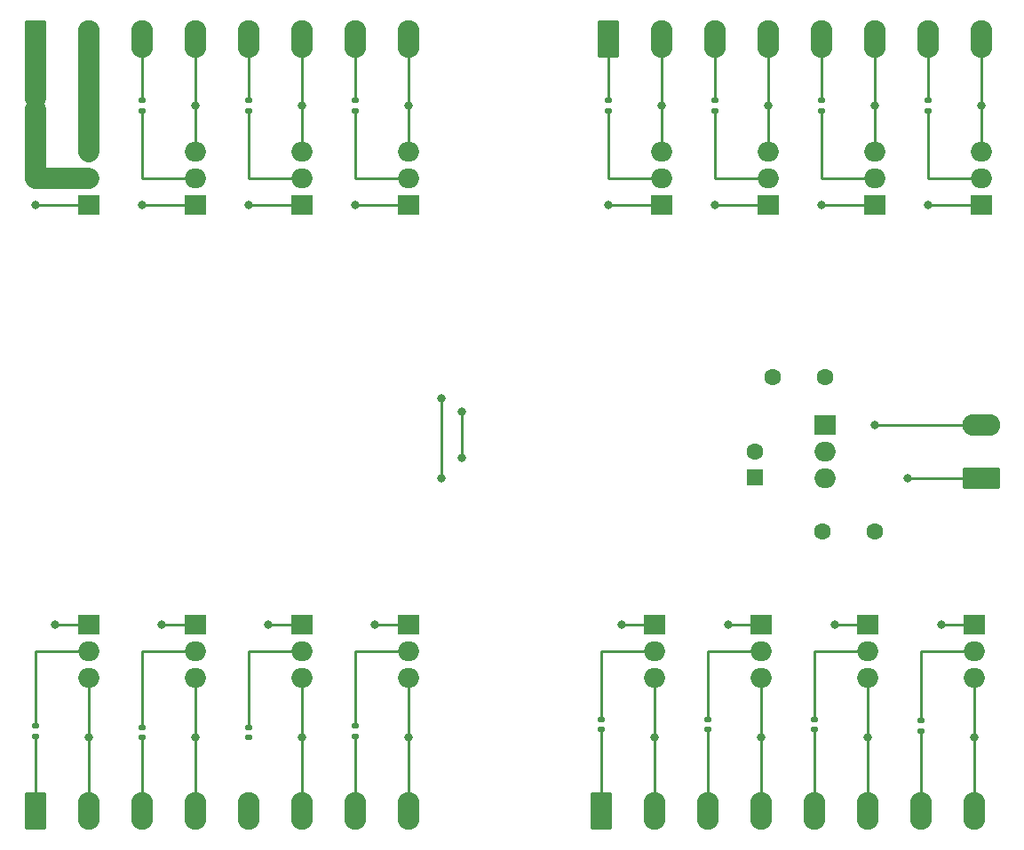
<source format=gbr>
%TF.GenerationSoftware,KiCad,Pcbnew,8.0.5*%
%TF.CreationDate,2024-10-15T20:37:22+02:00*%
%TF.ProjectId,LED_16x24V_REG4_VERSION_B,4c45445f-3136-4783-9234-565f52454734,rev?*%
%TF.SameCoordinates,Original*%
%TF.FileFunction,Copper,L2,Bot*%
%TF.FilePolarity,Positive*%
%FSLAX46Y46*%
G04 Gerber Fmt 4.6, Leading zero omitted, Abs format (unit mm)*
G04 Created by KiCad (PCBNEW 8.0.5) date 2024-10-15 20:37:22*
%MOMM*%
%LPD*%
G01*
G04 APERTURE LIST*
G04 Aperture macros list*
%AMRoundRect*
0 Rectangle with rounded corners*
0 $1 Rounding radius*
0 $2 $3 $4 $5 $6 $7 $8 $9 X,Y pos of 4 corners*
0 Add a 4 corners polygon primitive as box body*
4,1,4,$2,$3,$4,$5,$6,$7,$8,$9,$2,$3,0*
0 Add four circle primitives for the rounded corners*
1,1,$1+$1,$2,$3*
1,1,$1+$1,$4,$5*
1,1,$1+$1,$6,$7*
1,1,$1+$1,$8,$9*
0 Add four rect primitives between the rounded corners*
20,1,$1+$1,$2,$3,$4,$5,0*
20,1,$1+$1,$4,$5,$6,$7,0*
20,1,$1+$1,$6,$7,$8,$9,0*
20,1,$1+$1,$8,$9,$2,$3,0*%
G04 Aperture macros list end*
%TA.AperFunction,ComponentPad*%
%ADD10R,1.600000X1.600000*%
%TD*%
%TA.AperFunction,ComponentPad*%
%ADD11C,1.600000*%
%TD*%
%TA.AperFunction,ComponentPad*%
%ADD12RoundRect,0.249999X-0.790001X-1.550001X0.790001X-1.550001X0.790001X1.550001X-0.790001X1.550001X0*%
%TD*%
%TA.AperFunction,ComponentPad*%
%ADD13O,2.080000X3.600000*%
%TD*%
%TA.AperFunction,ComponentPad*%
%ADD14RoundRect,0.249999X1.550001X-0.790001X1.550001X0.790001X-1.550001X0.790001X-1.550001X-0.790001X0*%
%TD*%
%TA.AperFunction,ComponentPad*%
%ADD15O,3.600000X2.080000*%
%TD*%
%TA.AperFunction,ComponentPad*%
%ADD16R,2.000000X1.905000*%
%TD*%
%TA.AperFunction,ComponentPad*%
%ADD17O,2.000000X1.905000*%
%TD*%
%TA.AperFunction,SMDPad,CuDef*%
%ADD18RoundRect,0.147500X0.172500X-0.147500X0.172500X0.147500X-0.172500X0.147500X-0.172500X-0.147500X0*%
%TD*%
%TA.AperFunction,SMDPad,CuDef*%
%ADD19RoundRect,0.147500X-0.172500X0.147500X-0.172500X-0.147500X0.172500X-0.147500X0.172500X0.147500X0*%
%TD*%
%TA.AperFunction,ViaPad*%
%ADD20C,0.800000*%
%TD*%
%TA.AperFunction,Conductor*%
%ADD21C,0.250000*%
%TD*%
%TA.AperFunction,Conductor*%
%ADD22C,2.000000*%
%TD*%
G04 APERTURE END LIST*
D10*
%TO.P,C3,1*%
%TO.N,Net-(U1-VDD2)*%
X171450000Y-106640000D03*
D11*
%TO.P,C3,2*%
%TO.N,GND_LED*%
X171450000Y-104140000D03*
%TD*%
D12*
%TO.P,J4,1,Pin_1*%
%TO.N,Net-(J4-Pin_1)*%
X156845000Y-138430000D03*
D13*
%TO.P,J4,2,Pin_2*%
%TO.N,GND_LED*%
X161925000Y-138430000D03*
%TO.P,J4,3,Pin_3*%
%TO.N,Net-(J4-Pin_3)*%
X167005000Y-138430000D03*
%TO.P,J4,4,Pin_4*%
%TO.N,GND_LED*%
X172085000Y-138430000D03*
%TO.P,J4,5,Pin_5*%
%TO.N,Net-(J4-Pin_5)*%
X177165000Y-138430000D03*
%TO.P,J4,6,Pin_6*%
%TO.N,GND_LED*%
X182245000Y-138430000D03*
%TO.P,J4,7,Pin_7*%
%TO.N,Net-(J4-Pin_7)*%
X187325000Y-138430000D03*
%TO.P,J4,8,Pin_8*%
%TO.N,GND_LED*%
X192405000Y-138430000D03*
%TD*%
D14*
%TO.P,J5,1,Pin_1*%
%TO.N,GND_LED*%
X193040000Y-106680000D03*
D15*
%TO.P,J5,2,Pin_2*%
%TO.N,Net-(J5-Pin_2)*%
X193040000Y-101600000D03*
%TD*%
D12*
%TO.P,J1,1,Pin_1*%
%TO.N,Net-(J1-Pin_1)*%
X157480000Y-64770000D03*
D13*
%TO.P,J1,2,Pin_2*%
%TO.N,GND_LED*%
X162560000Y-64770000D03*
%TO.P,J1,3,Pin_3*%
%TO.N,Net-(J1-Pin_3)*%
X167640000Y-64770000D03*
%TO.P,J1,4,Pin_4*%
%TO.N,GND_LED*%
X172720000Y-64770000D03*
%TO.P,J1,5,Pin_5*%
%TO.N,Net-(J1-Pin_5)*%
X177800000Y-64770000D03*
%TO.P,J1,6,Pin_6*%
%TO.N,GND_LED*%
X182880000Y-64770000D03*
%TO.P,J1,7,Pin_7*%
%TO.N,Net-(J1-Pin_7)*%
X187960000Y-64770000D03*
%TO.P,J1,8,Pin_8*%
%TO.N,GND_LED*%
X193040000Y-64770000D03*
%TD*%
D16*
%TO.P,Q16,1,G*%
%TO.N,Net-(Q16-G)*%
X192405000Y-120650000D03*
D17*
%TO.P,Q16,2,D*%
%TO.N,Net-(Q16-D)*%
X192405000Y-123190000D03*
%TO.P,Q16,3,S*%
%TO.N,GND_LED*%
X192405000Y-125730000D03*
%TD*%
D12*
%TO.P,J3,1,Pin_1*%
%TO.N,Net-(J3-Pin_1)*%
X102870000Y-138430000D03*
D13*
%TO.P,J3,2,Pin_2*%
%TO.N,GND_LED*%
X107950000Y-138430000D03*
%TO.P,J3,3,Pin_3*%
%TO.N,Net-(J3-Pin_3)*%
X113030000Y-138430000D03*
%TO.P,J3,4,Pin_4*%
%TO.N,GND_LED*%
X118110000Y-138430000D03*
%TO.P,J3,5,Pin_5*%
%TO.N,Net-(J3-Pin_5)*%
X123190000Y-138430000D03*
%TO.P,J3,6,Pin_6*%
%TO.N,GND_LED*%
X128270000Y-138430000D03*
%TO.P,J3,7,Pin_7*%
%TO.N,Net-(J3-Pin_7)*%
X133350000Y-138430000D03*
%TO.P,J3,8,Pin_8*%
%TO.N,GND_LED*%
X138430000Y-138430000D03*
%TD*%
D16*
%TO.P,Q11,1,G*%
%TO.N,Net-(Q11-G)*%
X128270000Y-120650000D03*
D17*
%TO.P,Q11,2,D*%
%TO.N,Net-(Q11-D)*%
X128270000Y-123190000D03*
%TO.P,Q11,3,S*%
%TO.N,GND_LED*%
X128270000Y-125730000D03*
%TD*%
D16*
%TO.P,Q7,1,G*%
%TO.N,Net-(Q7-G)*%
X118110000Y-80645000D03*
D17*
%TO.P,Q7,2,D*%
%TO.N,GND_LED*%
X118110000Y-78105000D03*
%TO.P,Q7,3,S*%
X118110000Y-75565000D03*
%TD*%
D16*
%TO.P,Q6,1,G*%
%TO.N,Net-(Q6-G)*%
X128270000Y-80645000D03*
D17*
%TO.P,Q6,2,D*%
%TO.N,Net-(Q6-D)*%
X128270000Y-78105000D03*
%TO.P,Q6,3,S*%
%TO.N,GND_LED*%
X128270000Y-75565000D03*
%TD*%
D16*
%TO.P,Q5,1,G*%
%TO.N,Net-(Q5-G)*%
X138430000Y-80645000D03*
D17*
%TO.P,Q5,2,D*%
%TO.N,Net-(Q5-D)*%
X138430000Y-78105000D03*
%TO.P,Q5,3,S*%
%TO.N,GND_LED*%
X138430000Y-75565000D03*
%TD*%
D12*
%TO.P,J2,1,Pin_1*%
%TO.N,GND_LED*%
X102870000Y-64770000D03*
D13*
%TO.P,J2,2,Pin_2*%
X107950000Y-64770000D03*
%TO.P,J2,3,Pin_3*%
X113030000Y-64770000D03*
%TO.P,J2,4,Pin_4*%
X118110000Y-64770000D03*
%TO.P,J2,5,Pin_5*%
%TO.N,Net-(J2-Pin_5)*%
X123190000Y-64770000D03*
%TO.P,J2,6,Pin_6*%
%TO.N,GND_LED*%
X128270000Y-64770000D03*
%TO.P,J2,7,Pin_7*%
%TO.N,Net-(J2-Pin_7)*%
X133350000Y-64770000D03*
%TO.P,J2,8,Pin_8*%
%TO.N,GND_LED*%
X138430000Y-64770000D03*
%TD*%
D16*
%TO.P,Q1,1,G*%
%TO.N,Net-(Q1-G)*%
X193040000Y-80645000D03*
D17*
%TO.P,Q1,2,D*%
%TO.N,Net-(Q1-D)*%
X193040000Y-78105000D03*
%TO.P,Q1,3,S*%
%TO.N,GND_LED*%
X193040000Y-75565000D03*
%TD*%
D16*
%TO.P,Q8,1,G*%
%TO.N,Net-(Q8-G)*%
X107950000Y-80645000D03*
D17*
%TO.P,Q8,2,D*%
%TO.N,GND_LED*%
X107950000Y-78105000D03*
%TO.P,Q8,3,S*%
X107950000Y-75565000D03*
%TD*%
D16*
%TO.P,Q4,1,G*%
%TO.N,Net-(Q4-G)*%
X162560000Y-80645000D03*
D17*
%TO.P,Q4,2,D*%
%TO.N,Net-(Q4-D)*%
X162560000Y-78105000D03*
%TO.P,Q4,3,S*%
%TO.N,GND_LED*%
X162560000Y-75565000D03*
%TD*%
D16*
%TO.P,Q10,1,G*%
%TO.N,Net-(Q10-G)*%
X118110000Y-120650000D03*
D17*
%TO.P,Q10,2,D*%
%TO.N,Net-(Q10-D)*%
X118110000Y-123190000D03*
%TO.P,Q10,3,S*%
%TO.N,GND_LED*%
X118110000Y-125730000D03*
%TD*%
D16*
%TO.P,Q14,1,G*%
%TO.N,Net-(Q14-G)*%
X172085000Y-120650000D03*
D17*
%TO.P,Q14,2,D*%
%TO.N,Net-(Q14-D)*%
X172085000Y-123190000D03*
%TO.P,Q14,3,S*%
%TO.N,GND_LED*%
X172085000Y-125730000D03*
%TD*%
D16*
%TO.P,Q9,1,G*%
%TO.N,Net-(Q9-G)*%
X107950000Y-120650000D03*
D17*
%TO.P,Q9,2,D*%
%TO.N,Net-(Q9-D)*%
X107950000Y-123190000D03*
%TO.P,Q9,3,S*%
%TO.N,GND_LED*%
X107950000Y-125730000D03*
%TD*%
D16*
%TO.P,Q12,1,G*%
%TO.N,Net-(Q12-G)*%
X138430000Y-120650000D03*
D17*
%TO.P,Q12,2,D*%
%TO.N,Net-(Q12-D)*%
X138430000Y-123190000D03*
%TO.P,Q12,3,S*%
%TO.N,GND_LED*%
X138430000Y-125730000D03*
%TD*%
D16*
%TO.P,Q2,1,G*%
%TO.N,Net-(Q2-G)*%
X182880000Y-80645000D03*
D17*
%TO.P,Q2,2,D*%
%TO.N,Net-(Q2-D)*%
X182880000Y-78105000D03*
%TO.P,Q2,3,S*%
%TO.N,GND_LED*%
X182880000Y-75565000D03*
%TD*%
D11*
%TO.P,C2,1*%
%TO.N,Net-(J5-Pin_2)*%
X178132176Y-97007930D03*
%TO.P,C2,2*%
%TO.N,GND_LED*%
X173132176Y-97007930D03*
%TD*%
D16*
%TO.P,Q15,1,G*%
%TO.N,Net-(Q15-G)*%
X182245000Y-120650000D03*
D17*
%TO.P,Q15,2,D*%
%TO.N,Net-(Q15-D)*%
X182245000Y-123190000D03*
%TO.P,Q15,3,S*%
%TO.N,GND_LED*%
X182245000Y-125730000D03*
%TD*%
D16*
%TO.P,U2,1,IN*%
%TO.N,Net-(J5-Pin_2)*%
X178125000Y-101600000D03*
D17*
%TO.P,U2,2,GND*%
%TO.N,GND_LED*%
X178125000Y-104140000D03*
%TO.P,U2,3,OUT*%
%TO.N,Net-(U1-VDD2)*%
X178125000Y-106680000D03*
%TD*%
D16*
%TO.P,Q3,1,G*%
%TO.N,Net-(Q3-G)*%
X172720000Y-80645000D03*
D17*
%TO.P,Q3,2,D*%
%TO.N,Net-(Q3-D)*%
X172720000Y-78105000D03*
%TO.P,Q3,3,S*%
%TO.N,GND_LED*%
X172720000Y-75565000D03*
%TD*%
D16*
%TO.P,Q13,1,G*%
%TO.N,Net-(Q13-G)*%
X161925000Y-120650000D03*
D17*
%TO.P,Q13,2,D*%
%TO.N,Net-(Q13-D)*%
X161925000Y-123190000D03*
%TO.P,Q13,3,S*%
%TO.N,GND_LED*%
X161925000Y-125730000D03*
%TD*%
D11*
%TO.P,C1,1*%
%TO.N,GND_LED*%
X182880000Y-111760000D03*
%TO.P,C1,2*%
%TO.N,Net-(U1-VDD2)*%
X177880000Y-111760000D03*
%TD*%
D18*
%TO.P,F11,1*%
%TO.N,Net-(J3-Pin_5)*%
X123190000Y-131445000D03*
%TO.P,F11,2*%
%TO.N,Net-(Q11-D)*%
X123190000Y-130475000D03*
%TD*%
%TO.P,F15,1*%
%TO.N,Net-(J4-Pin_5)*%
X177165000Y-130660000D03*
%TO.P,F15,2*%
%TO.N,Net-(Q15-D)*%
X177165000Y-129690000D03*
%TD*%
D19*
%TO.P,F1,1*%
%TO.N,Net-(J1-Pin_7)*%
X187960000Y-70635000D03*
%TO.P,F1,2*%
%TO.N,Net-(Q1-D)*%
X187960000Y-71605000D03*
%TD*%
D18*
%TO.P,F14,1*%
%TO.N,Net-(J4-Pin_3)*%
X167005000Y-130660000D03*
%TO.P,F14,2*%
%TO.N,Net-(Q14-D)*%
X167005000Y-129690000D03*
%TD*%
%TO.P,F9,1*%
%TO.N,Net-(J3-Pin_1)*%
X102870000Y-131295000D03*
%TO.P,F9,2*%
%TO.N,Net-(Q9-D)*%
X102870000Y-130325000D03*
%TD*%
D19*
%TO.P,F8,1*%
%TO.N,GND_LED*%
X102870000Y-70485000D03*
%TO.P,F8,2*%
X102870000Y-71455000D03*
%TD*%
%TO.P,F3,1*%
%TO.N,Net-(J1-Pin_3)*%
X167640000Y-70635000D03*
%TO.P,F3,2*%
%TO.N,Net-(Q3-D)*%
X167640000Y-71605000D03*
%TD*%
D18*
%TO.P,F10,1*%
%TO.N,Net-(J3-Pin_3)*%
X113030000Y-131445000D03*
%TO.P,F10,2*%
%TO.N,Net-(Q10-D)*%
X113030000Y-130475000D03*
%TD*%
D19*
%TO.P,F4,1*%
%TO.N,Net-(J1-Pin_1)*%
X157480000Y-70635000D03*
%TO.P,F4,2*%
%TO.N,Net-(Q4-D)*%
X157480000Y-71605000D03*
%TD*%
%TO.P,F2,1*%
%TO.N,Net-(J1-Pin_5)*%
X177800000Y-70635000D03*
%TO.P,F2,2*%
%TO.N,Net-(Q2-D)*%
X177800000Y-71605000D03*
%TD*%
D18*
%TO.P,F13,1*%
%TO.N,Net-(J4-Pin_1)*%
X156845000Y-130660000D03*
%TO.P,F13,2*%
%TO.N,Net-(Q13-D)*%
X156845000Y-129690000D03*
%TD*%
%TO.P,F16,1*%
%TO.N,Net-(J4-Pin_7)*%
X187325000Y-130810000D03*
%TO.P,F16,2*%
%TO.N,Net-(Q16-D)*%
X187325000Y-129840000D03*
%TD*%
D19*
%TO.P,F7,1*%
%TO.N,GND_LED*%
X113030000Y-70635000D03*
%TO.P,F7,2*%
X113030000Y-71605000D03*
%TD*%
%TO.P,F5,1*%
%TO.N,Net-(J2-Pin_7)*%
X133350000Y-70635000D03*
%TO.P,F5,2*%
%TO.N,Net-(Q5-D)*%
X133350000Y-71605000D03*
%TD*%
D18*
%TO.P,F12,1*%
%TO.N,Net-(J3-Pin_7)*%
X133350000Y-131295000D03*
%TO.P,F12,2*%
%TO.N,Net-(Q12-D)*%
X133350000Y-130325000D03*
%TD*%
D19*
%TO.P,F6,1*%
%TO.N,Net-(J2-Pin_5)*%
X123190000Y-70635000D03*
%TO.P,F6,2*%
%TO.N,Net-(Q6-D)*%
X123190000Y-71605000D03*
%TD*%
D20*
%TO.N,GND_LED*%
X118110000Y-71120000D03*
X138430000Y-71120000D03*
X182880000Y-71120000D03*
X182245000Y-131445000D03*
X162560000Y-71120000D03*
X172720000Y-71120000D03*
X193040000Y-71120000D03*
X138430000Y-131445000D03*
X186055000Y-106680000D03*
X118110000Y-131445000D03*
X107950000Y-71120000D03*
X172085000Y-131445000D03*
X128270000Y-71120000D03*
X107950000Y-131445000D03*
X192405000Y-131445000D03*
X128270000Y-131445000D03*
X161925000Y-131445000D03*
%TO.N,Net-(Q1-G)*%
X187960000Y-80645000D03*
%TO.N,Net-(Q2-G)*%
X177800000Y-80645000D03*
%TO.N,Net-(Q3-G)*%
X167640000Y-80645000D03*
%TO.N,Net-(Q4-G)*%
X157480000Y-80645000D03*
%TO.N,Net-(Q5-G)*%
X133350000Y-80645000D03*
%TO.N,Net-(Q6-G)*%
X123190000Y-80645000D03*
%TO.N,Net-(Q7-G)*%
X113030000Y-80645000D03*
%TO.N,Net-(Q8-G)*%
X102870000Y-80645000D03*
%TO.N,Net-(Q9-G)*%
X104775000Y-120650000D03*
%TO.N,Net-(Q10-G)*%
X114935000Y-120650000D03*
%TO.N,Net-(Q11-G)*%
X125095000Y-120650000D03*
%TO.N,Net-(Q12-G)*%
X135255000Y-120650000D03*
%TO.N,Net-(Q13-G)*%
X158750000Y-120650000D03*
%TO.N,Net-(Q14-G)*%
X168910000Y-120650000D03*
%TO.N,Net-(Q15-G)*%
X179070000Y-120650000D03*
%TO.N,Net-(Q16-G)*%
X189230000Y-120650000D03*
%TO.N,Net-(U1-SDA2)*%
X143510000Y-104775000D03*
X143510000Y-100330000D03*
%TO.N,Net-(U1-SCL2)*%
X141605000Y-99060000D03*
X141605000Y-106680000D03*
%TO.N,Net-(J5-Pin_2)*%
X182880000Y-101600000D03*
%TD*%
D21*
%TO.N,GND_LED*%
X128270000Y-125730000D02*
X128270000Y-131445000D01*
X138430000Y-131445000D02*
X138430000Y-138430000D01*
X192405000Y-137795000D02*
X192405000Y-131445000D01*
X118110000Y-71120000D02*
X118110000Y-75565000D01*
X182880000Y-64770000D02*
X182880000Y-71120000D01*
X118110000Y-125730000D02*
X118110000Y-131445000D01*
X138430000Y-75565000D02*
X138430000Y-71120000D01*
X118110000Y-131445000D02*
X118110000Y-138430000D01*
D22*
X107950000Y-71120000D02*
X107950000Y-75565000D01*
D21*
X107950000Y-131445000D02*
X107950000Y-138430000D01*
X128270000Y-131445000D02*
X128270000Y-138430000D01*
X161925000Y-131445000D02*
X161925000Y-126055000D01*
X138430000Y-71120000D02*
X138430000Y-64770000D01*
X182880000Y-71120000D02*
X182880000Y-75565000D01*
X172085000Y-125730000D02*
X172085000Y-131445000D01*
X161925000Y-126055000D02*
X162250000Y-125730000D01*
X128270000Y-64770000D02*
X128270000Y-71120000D01*
X128270000Y-71120000D02*
X128270000Y-75565000D01*
X138430000Y-125730000D02*
X138430000Y-131445000D01*
X172720000Y-71120000D02*
X172720000Y-75565000D01*
X162560000Y-64770000D02*
X162560000Y-71120000D01*
X193040000Y-106680000D02*
X186055000Y-106680000D01*
X118110000Y-64770000D02*
X118110000Y-71120000D01*
D22*
X107950000Y-64770000D02*
X107950000Y-71120000D01*
D21*
X161925000Y-137795000D02*
X161925000Y-131445000D01*
X172085000Y-131445000D02*
X172085000Y-137795000D01*
X182245000Y-131445000D02*
X182245000Y-125730000D01*
X192405000Y-131445000D02*
X192405000Y-125730000D01*
X172720000Y-64770000D02*
X172720000Y-71120000D01*
X182245000Y-137795000D02*
X182245000Y-131445000D01*
X193040000Y-71120000D02*
X193040000Y-75565000D01*
X107950000Y-125730000D02*
X107950000Y-131445000D01*
X193040000Y-64770000D02*
X193040000Y-71120000D01*
X172085000Y-137795000D02*
X172410000Y-137470000D01*
X162560000Y-71120000D02*
X162560000Y-75565000D01*
%TO.N,Net-(J1-Pin_5)*%
X177800000Y-64770000D02*
X177800000Y-70635000D01*
%TO.N,Net-(J1-Pin_7)*%
X187960000Y-64770000D02*
X187960000Y-70635000D01*
%TO.N,Net-(J1-Pin_1)*%
X157480000Y-64770000D02*
X157480000Y-70635000D01*
%TO.N,Net-(J1-Pin_3)*%
X167640000Y-64770000D02*
X167640000Y-70635000D01*
D22*
%TO.N,GND_LED*%
X102870000Y-70485000D02*
X102870000Y-64770000D01*
D21*
%TO.N,Net-(J2-Pin_5)*%
X123190000Y-70635000D02*
X123190000Y-64770000D01*
%TO.N,Net-(J2-Pin_7)*%
X133350000Y-64770000D02*
X133350000Y-70485000D01*
%TO.N,GND_LED*%
X113030000Y-70635000D02*
X113030000Y-64770000D01*
%TO.N,Net-(J3-Pin_7)*%
X133350000Y-138430000D02*
X133350000Y-131445000D01*
%TO.N,Net-(J3-Pin_3)*%
X113030000Y-138430000D02*
X113030000Y-131445000D01*
%TO.N,Net-(J3-Pin_1)*%
X102870000Y-131295000D02*
X102870000Y-138430000D01*
%TO.N,Net-(J4-Pin_5)*%
X177165000Y-130660000D02*
X177165000Y-137795000D01*
%TO.N,Net-(J4-Pin_3)*%
X167005000Y-137795000D02*
X167005000Y-130660000D01*
%TO.N,Net-(J4-Pin_7)*%
X187325000Y-130810000D02*
X187325000Y-137795000D01*
%TO.N,Net-(J4-Pin_1)*%
X156845000Y-137795000D02*
X156845000Y-130660000D01*
%TO.N,Net-(Q1-D)*%
X187960000Y-71605000D02*
X187960000Y-78105000D01*
X187960000Y-78105000D02*
X193040000Y-78105000D01*
%TO.N,Net-(Q1-G)*%
X193040000Y-80645000D02*
X187960000Y-80645000D01*
%TO.N,Net-(Q2-D)*%
X177800000Y-71605000D02*
X177800000Y-78105000D01*
X177800000Y-78105000D02*
X182880000Y-78105000D01*
%TO.N,Net-(Q2-G)*%
X182880000Y-80645000D02*
X177800000Y-80645000D01*
%TO.N,Net-(Q3-D)*%
X172720000Y-78105000D02*
X167640000Y-78105000D01*
X167640000Y-78105000D02*
X167640000Y-71605000D01*
%TO.N,Net-(Q3-G)*%
X172720000Y-80645000D02*
X167640000Y-80645000D01*
%TO.N,Net-(Q4-D)*%
X157480000Y-78105000D02*
X162560000Y-78105000D01*
X157480000Y-71605000D02*
X157480000Y-78105000D01*
%TO.N,Net-(Q4-G)*%
X162560000Y-80645000D02*
X157480000Y-80645000D01*
%TO.N,Net-(Q5-G)*%
X138430000Y-80645000D02*
X133350000Y-80645000D01*
%TO.N,Net-(Q5-D)*%
X133350000Y-78105000D02*
X138430000Y-78105000D01*
X133350000Y-71605000D02*
X133350000Y-78105000D01*
%TO.N,Net-(Q6-D)*%
X123190000Y-78105000D02*
X123190000Y-71605000D01*
X128270000Y-78105000D02*
X123190000Y-78105000D01*
%TO.N,Net-(Q6-G)*%
X128270000Y-80645000D02*
X123190000Y-80645000D01*
%TO.N,GND_LED*%
X113030000Y-71605000D02*
X113030000Y-78105000D01*
X113030000Y-78105000D02*
X118110000Y-78105000D01*
%TO.N,Net-(Q7-G)*%
X118110000Y-80645000D02*
X113030000Y-80645000D01*
D22*
%TO.N,GND_LED*%
X107950000Y-78105000D02*
X102870000Y-78105000D01*
X102870000Y-78105000D02*
X102870000Y-71455000D01*
D21*
%TO.N,Net-(Q8-G)*%
X107950000Y-80645000D02*
X102870000Y-80645000D01*
%TO.N,Net-(Q9-G)*%
X107950000Y-120650000D02*
X104775000Y-120650000D01*
%TO.N,Net-(Q10-G)*%
X118110000Y-120650000D02*
X114935000Y-120650000D01*
%TO.N,Net-(Q11-G)*%
X128270000Y-120650000D02*
X125095000Y-120650000D01*
%TO.N,Net-(Q12-G)*%
X138430000Y-120650000D02*
X135255000Y-120650000D01*
%TO.N,Net-(Q13-D)*%
X161925000Y-123190000D02*
X156845000Y-123190000D01*
X156845000Y-123190000D02*
X156845000Y-129690000D01*
%TO.N,Net-(Q13-G)*%
X161925000Y-120650000D02*
X158750000Y-120650000D01*
%TO.N,Net-(Q14-G)*%
X172085000Y-120650000D02*
X168910000Y-120650000D01*
%TO.N,Net-(Q14-D)*%
X167005000Y-129690000D02*
X167005000Y-123190000D01*
X167005000Y-123190000D02*
X172085000Y-123190000D01*
%TO.N,Net-(Q15-D)*%
X177165000Y-123190000D02*
X177165000Y-129690000D01*
X182245000Y-123190000D02*
X177165000Y-123190000D01*
%TO.N,Net-(Q15-G)*%
X182245000Y-120650000D02*
X179070000Y-120650000D01*
%TO.N,Net-(Q16-D)*%
X187325000Y-129840000D02*
X187325000Y-123190000D01*
X187325000Y-123190000D02*
X192405000Y-123190000D01*
%TO.N,Net-(Q16-G)*%
X192405000Y-120650000D02*
X189230000Y-120650000D01*
%TO.N,Net-(U1-SDA2)*%
X143510000Y-104775000D02*
X143510000Y-100330000D01*
%TO.N,Net-(Q9-D)*%
X102870000Y-130325000D02*
X102870000Y-123190000D01*
X102870000Y-123190000D02*
X107950000Y-123190000D01*
%TO.N,Net-(Q10-D)*%
X118110000Y-123190000D02*
X113030000Y-123190000D01*
X113030000Y-123190000D02*
X113030000Y-130475000D01*
%TO.N,Net-(Q11-D)*%
X123190000Y-123190000D02*
X123190000Y-130475000D01*
X128270000Y-123190000D02*
X123190000Y-123190000D01*
%TO.N,Net-(Q12-D)*%
X133350000Y-123190000D02*
X138430000Y-123190000D01*
X133350000Y-130325000D02*
X133350000Y-123190000D01*
%TO.N,Net-(U1-SCL2)*%
X141605000Y-106680000D02*
X141605000Y-99060000D01*
%TO.N,Net-(J5-Pin_2)*%
X193040000Y-101600000D02*
X182880000Y-101600000D01*
%TD*%
M02*

</source>
